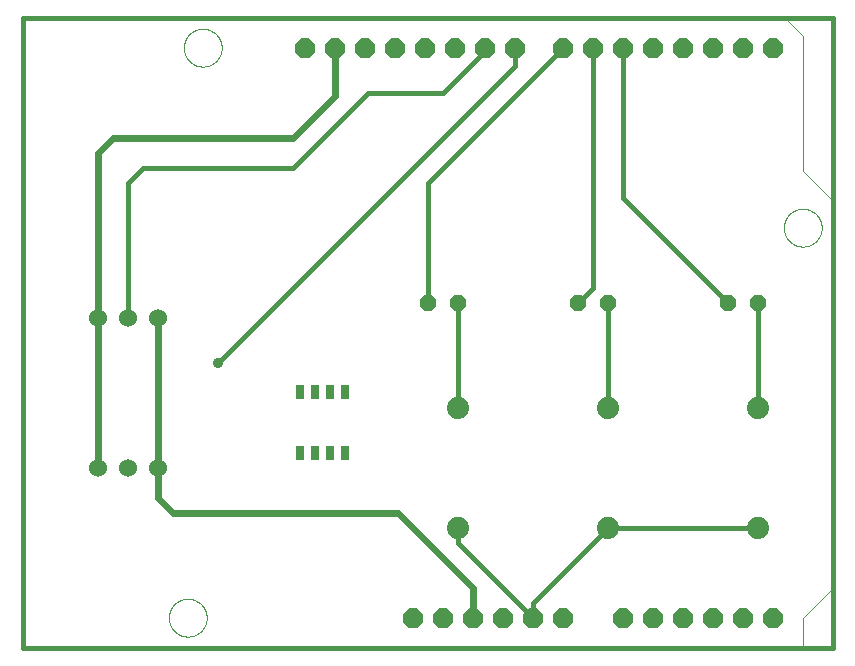
<source format=gtl>
G75*
%MOIN*%
%OFA0B0*%
%FSLAX25Y25*%
%IPPOS*%
%LPD*%
%AMOC8*
5,1,8,0,0,1.08239X$1,22.5*
%
%ADD10C,0.01600*%
%ADD11C,0.06000*%
%ADD12OC8,0.05200*%
%ADD13C,0.07400*%
%ADD14C,0.00000*%
%ADD15OC8,0.06600*%
%ADD16R,0.03000X0.04500*%
%ADD17C,0.02400*%
%ADD18C,0.03562*%
D10*
X0027000Y0005000D02*
X0297000Y0005000D01*
X0297000Y0215000D01*
X0027000Y0215000D01*
X0027000Y0005000D01*
X0092000Y0100000D02*
X0191000Y0199000D01*
X0191000Y0205000D01*
X0181000Y0205000D02*
X0181000Y0204000D01*
X0167000Y0190000D01*
X0142000Y0190000D01*
X0117000Y0165000D01*
X0067000Y0165000D01*
X0062000Y0160000D01*
X0062000Y0115000D01*
X0162000Y0120000D02*
X0162000Y0160000D01*
X0207000Y0205000D01*
X0217000Y0205000D02*
X0217000Y0125000D01*
X0212000Y0120000D01*
X0222000Y0120000D02*
X0222000Y0085000D01*
X0172000Y0085000D02*
X0172000Y0120000D01*
X0227000Y0155000D02*
X0262000Y0120000D01*
X0272000Y0120000D02*
X0272000Y0085000D01*
X0272000Y0045000D02*
X0222000Y0045000D01*
X0197000Y0020000D01*
X0197000Y0015000D01*
X0172000Y0040000D01*
X0172000Y0045000D01*
X0227000Y0155000D02*
X0227000Y0205000D01*
D11*
X0072000Y0115000D03*
X0062000Y0115000D03*
X0052000Y0115000D03*
X0052000Y0065000D03*
X0062000Y0065000D03*
X0072000Y0065000D03*
D12*
X0162000Y0120000D03*
X0172000Y0120000D03*
X0212000Y0120000D03*
X0222000Y0120000D03*
X0262000Y0120000D03*
X0272000Y0120000D03*
D13*
X0272000Y0085000D03*
X0222000Y0085000D03*
X0172000Y0085000D03*
X0172000Y0045000D03*
X0222000Y0045000D03*
X0272000Y0045000D03*
D14*
X0027000Y0005000D02*
X0027000Y0215000D01*
X0281000Y0215000D01*
X0287000Y0209000D01*
X0287000Y0164000D01*
X0297000Y0154000D01*
X0297000Y0025000D01*
X0287000Y0015000D01*
X0287000Y0005000D01*
X0027000Y0005000D01*
X0075701Y0015000D02*
X0075703Y0015158D01*
X0075709Y0015316D01*
X0075719Y0015474D01*
X0075733Y0015632D01*
X0075751Y0015789D01*
X0075772Y0015946D01*
X0075798Y0016102D01*
X0075828Y0016258D01*
X0075861Y0016413D01*
X0075899Y0016566D01*
X0075940Y0016719D01*
X0075985Y0016871D01*
X0076034Y0017022D01*
X0076087Y0017171D01*
X0076143Y0017319D01*
X0076203Y0017465D01*
X0076267Y0017610D01*
X0076335Y0017753D01*
X0076406Y0017895D01*
X0076480Y0018035D01*
X0076558Y0018172D01*
X0076640Y0018308D01*
X0076724Y0018442D01*
X0076813Y0018573D01*
X0076904Y0018702D01*
X0076999Y0018829D01*
X0077096Y0018954D01*
X0077197Y0019076D01*
X0077301Y0019195D01*
X0077408Y0019312D01*
X0077518Y0019426D01*
X0077631Y0019537D01*
X0077746Y0019646D01*
X0077864Y0019751D01*
X0077985Y0019853D01*
X0078108Y0019953D01*
X0078234Y0020049D01*
X0078362Y0020142D01*
X0078492Y0020232D01*
X0078625Y0020318D01*
X0078760Y0020402D01*
X0078896Y0020481D01*
X0079035Y0020558D01*
X0079176Y0020630D01*
X0079318Y0020700D01*
X0079462Y0020765D01*
X0079608Y0020827D01*
X0079755Y0020885D01*
X0079904Y0020940D01*
X0080054Y0020991D01*
X0080205Y0021038D01*
X0080357Y0021081D01*
X0080510Y0021120D01*
X0080665Y0021156D01*
X0080820Y0021187D01*
X0080976Y0021215D01*
X0081132Y0021239D01*
X0081289Y0021259D01*
X0081447Y0021275D01*
X0081604Y0021287D01*
X0081763Y0021295D01*
X0081921Y0021299D01*
X0082079Y0021299D01*
X0082237Y0021295D01*
X0082396Y0021287D01*
X0082553Y0021275D01*
X0082711Y0021259D01*
X0082868Y0021239D01*
X0083024Y0021215D01*
X0083180Y0021187D01*
X0083335Y0021156D01*
X0083490Y0021120D01*
X0083643Y0021081D01*
X0083795Y0021038D01*
X0083946Y0020991D01*
X0084096Y0020940D01*
X0084245Y0020885D01*
X0084392Y0020827D01*
X0084538Y0020765D01*
X0084682Y0020700D01*
X0084824Y0020630D01*
X0084965Y0020558D01*
X0085104Y0020481D01*
X0085240Y0020402D01*
X0085375Y0020318D01*
X0085508Y0020232D01*
X0085638Y0020142D01*
X0085766Y0020049D01*
X0085892Y0019953D01*
X0086015Y0019853D01*
X0086136Y0019751D01*
X0086254Y0019646D01*
X0086369Y0019537D01*
X0086482Y0019426D01*
X0086592Y0019312D01*
X0086699Y0019195D01*
X0086803Y0019076D01*
X0086904Y0018954D01*
X0087001Y0018829D01*
X0087096Y0018702D01*
X0087187Y0018573D01*
X0087276Y0018442D01*
X0087360Y0018308D01*
X0087442Y0018172D01*
X0087520Y0018035D01*
X0087594Y0017895D01*
X0087665Y0017753D01*
X0087733Y0017610D01*
X0087797Y0017465D01*
X0087857Y0017319D01*
X0087913Y0017171D01*
X0087966Y0017022D01*
X0088015Y0016871D01*
X0088060Y0016719D01*
X0088101Y0016566D01*
X0088139Y0016413D01*
X0088172Y0016258D01*
X0088202Y0016102D01*
X0088228Y0015946D01*
X0088249Y0015789D01*
X0088267Y0015632D01*
X0088281Y0015474D01*
X0088291Y0015316D01*
X0088297Y0015158D01*
X0088299Y0015000D01*
X0088297Y0014842D01*
X0088291Y0014684D01*
X0088281Y0014526D01*
X0088267Y0014368D01*
X0088249Y0014211D01*
X0088228Y0014054D01*
X0088202Y0013898D01*
X0088172Y0013742D01*
X0088139Y0013587D01*
X0088101Y0013434D01*
X0088060Y0013281D01*
X0088015Y0013129D01*
X0087966Y0012978D01*
X0087913Y0012829D01*
X0087857Y0012681D01*
X0087797Y0012535D01*
X0087733Y0012390D01*
X0087665Y0012247D01*
X0087594Y0012105D01*
X0087520Y0011965D01*
X0087442Y0011828D01*
X0087360Y0011692D01*
X0087276Y0011558D01*
X0087187Y0011427D01*
X0087096Y0011298D01*
X0087001Y0011171D01*
X0086904Y0011046D01*
X0086803Y0010924D01*
X0086699Y0010805D01*
X0086592Y0010688D01*
X0086482Y0010574D01*
X0086369Y0010463D01*
X0086254Y0010354D01*
X0086136Y0010249D01*
X0086015Y0010147D01*
X0085892Y0010047D01*
X0085766Y0009951D01*
X0085638Y0009858D01*
X0085508Y0009768D01*
X0085375Y0009682D01*
X0085240Y0009598D01*
X0085104Y0009519D01*
X0084965Y0009442D01*
X0084824Y0009370D01*
X0084682Y0009300D01*
X0084538Y0009235D01*
X0084392Y0009173D01*
X0084245Y0009115D01*
X0084096Y0009060D01*
X0083946Y0009009D01*
X0083795Y0008962D01*
X0083643Y0008919D01*
X0083490Y0008880D01*
X0083335Y0008844D01*
X0083180Y0008813D01*
X0083024Y0008785D01*
X0082868Y0008761D01*
X0082711Y0008741D01*
X0082553Y0008725D01*
X0082396Y0008713D01*
X0082237Y0008705D01*
X0082079Y0008701D01*
X0081921Y0008701D01*
X0081763Y0008705D01*
X0081604Y0008713D01*
X0081447Y0008725D01*
X0081289Y0008741D01*
X0081132Y0008761D01*
X0080976Y0008785D01*
X0080820Y0008813D01*
X0080665Y0008844D01*
X0080510Y0008880D01*
X0080357Y0008919D01*
X0080205Y0008962D01*
X0080054Y0009009D01*
X0079904Y0009060D01*
X0079755Y0009115D01*
X0079608Y0009173D01*
X0079462Y0009235D01*
X0079318Y0009300D01*
X0079176Y0009370D01*
X0079035Y0009442D01*
X0078896Y0009519D01*
X0078760Y0009598D01*
X0078625Y0009682D01*
X0078492Y0009768D01*
X0078362Y0009858D01*
X0078234Y0009951D01*
X0078108Y0010047D01*
X0077985Y0010147D01*
X0077864Y0010249D01*
X0077746Y0010354D01*
X0077631Y0010463D01*
X0077518Y0010574D01*
X0077408Y0010688D01*
X0077301Y0010805D01*
X0077197Y0010924D01*
X0077096Y0011046D01*
X0076999Y0011171D01*
X0076904Y0011298D01*
X0076813Y0011427D01*
X0076724Y0011558D01*
X0076640Y0011692D01*
X0076558Y0011828D01*
X0076480Y0011965D01*
X0076406Y0012105D01*
X0076335Y0012247D01*
X0076267Y0012390D01*
X0076203Y0012535D01*
X0076143Y0012681D01*
X0076087Y0012829D01*
X0076034Y0012978D01*
X0075985Y0013129D01*
X0075940Y0013281D01*
X0075899Y0013434D01*
X0075861Y0013587D01*
X0075828Y0013742D01*
X0075798Y0013898D01*
X0075772Y0014054D01*
X0075751Y0014211D01*
X0075733Y0014368D01*
X0075719Y0014526D01*
X0075709Y0014684D01*
X0075703Y0014842D01*
X0075701Y0015000D01*
X0280701Y0145000D02*
X0280703Y0145158D01*
X0280709Y0145316D01*
X0280719Y0145474D01*
X0280733Y0145632D01*
X0280751Y0145789D01*
X0280772Y0145946D01*
X0280798Y0146102D01*
X0280828Y0146258D01*
X0280861Y0146413D01*
X0280899Y0146566D01*
X0280940Y0146719D01*
X0280985Y0146871D01*
X0281034Y0147022D01*
X0281087Y0147171D01*
X0281143Y0147319D01*
X0281203Y0147465D01*
X0281267Y0147610D01*
X0281335Y0147753D01*
X0281406Y0147895D01*
X0281480Y0148035D01*
X0281558Y0148172D01*
X0281640Y0148308D01*
X0281724Y0148442D01*
X0281813Y0148573D01*
X0281904Y0148702D01*
X0281999Y0148829D01*
X0282096Y0148954D01*
X0282197Y0149076D01*
X0282301Y0149195D01*
X0282408Y0149312D01*
X0282518Y0149426D01*
X0282631Y0149537D01*
X0282746Y0149646D01*
X0282864Y0149751D01*
X0282985Y0149853D01*
X0283108Y0149953D01*
X0283234Y0150049D01*
X0283362Y0150142D01*
X0283492Y0150232D01*
X0283625Y0150318D01*
X0283760Y0150402D01*
X0283896Y0150481D01*
X0284035Y0150558D01*
X0284176Y0150630D01*
X0284318Y0150700D01*
X0284462Y0150765D01*
X0284608Y0150827D01*
X0284755Y0150885D01*
X0284904Y0150940D01*
X0285054Y0150991D01*
X0285205Y0151038D01*
X0285357Y0151081D01*
X0285510Y0151120D01*
X0285665Y0151156D01*
X0285820Y0151187D01*
X0285976Y0151215D01*
X0286132Y0151239D01*
X0286289Y0151259D01*
X0286447Y0151275D01*
X0286604Y0151287D01*
X0286763Y0151295D01*
X0286921Y0151299D01*
X0287079Y0151299D01*
X0287237Y0151295D01*
X0287396Y0151287D01*
X0287553Y0151275D01*
X0287711Y0151259D01*
X0287868Y0151239D01*
X0288024Y0151215D01*
X0288180Y0151187D01*
X0288335Y0151156D01*
X0288490Y0151120D01*
X0288643Y0151081D01*
X0288795Y0151038D01*
X0288946Y0150991D01*
X0289096Y0150940D01*
X0289245Y0150885D01*
X0289392Y0150827D01*
X0289538Y0150765D01*
X0289682Y0150700D01*
X0289824Y0150630D01*
X0289965Y0150558D01*
X0290104Y0150481D01*
X0290240Y0150402D01*
X0290375Y0150318D01*
X0290508Y0150232D01*
X0290638Y0150142D01*
X0290766Y0150049D01*
X0290892Y0149953D01*
X0291015Y0149853D01*
X0291136Y0149751D01*
X0291254Y0149646D01*
X0291369Y0149537D01*
X0291482Y0149426D01*
X0291592Y0149312D01*
X0291699Y0149195D01*
X0291803Y0149076D01*
X0291904Y0148954D01*
X0292001Y0148829D01*
X0292096Y0148702D01*
X0292187Y0148573D01*
X0292276Y0148442D01*
X0292360Y0148308D01*
X0292442Y0148172D01*
X0292520Y0148035D01*
X0292594Y0147895D01*
X0292665Y0147753D01*
X0292733Y0147610D01*
X0292797Y0147465D01*
X0292857Y0147319D01*
X0292913Y0147171D01*
X0292966Y0147022D01*
X0293015Y0146871D01*
X0293060Y0146719D01*
X0293101Y0146566D01*
X0293139Y0146413D01*
X0293172Y0146258D01*
X0293202Y0146102D01*
X0293228Y0145946D01*
X0293249Y0145789D01*
X0293267Y0145632D01*
X0293281Y0145474D01*
X0293291Y0145316D01*
X0293297Y0145158D01*
X0293299Y0145000D01*
X0293297Y0144842D01*
X0293291Y0144684D01*
X0293281Y0144526D01*
X0293267Y0144368D01*
X0293249Y0144211D01*
X0293228Y0144054D01*
X0293202Y0143898D01*
X0293172Y0143742D01*
X0293139Y0143587D01*
X0293101Y0143434D01*
X0293060Y0143281D01*
X0293015Y0143129D01*
X0292966Y0142978D01*
X0292913Y0142829D01*
X0292857Y0142681D01*
X0292797Y0142535D01*
X0292733Y0142390D01*
X0292665Y0142247D01*
X0292594Y0142105D01*
X0292520Y0141965D01*
X0292442Y0141828D01*
X0292360Y0141692D01*
X0292276Y0141558D01*
X0292187Y0141427D01*
X0292096Y0141298D01*
X0292001Y0141171D01*
X0291904Y0141046D01*
X0291803Y0140924D01*
X0291699Y0140805D01*
X0291592Y0140688D01*
X0291482Y0140574D01*
X0291369Y0140463D01*
X0291254Y0140354D01*
X0291136Y0140249D01*
X0291015Y0140147D01*
X0290892Y0140047D01*
X0290766Y0139951D01*
X0290638Y0139858D01*
X0290508Y0139768D01*
X0290375Y0139682D01*
X0290240Y0139598D01*
X0290104Y0139519D01*
X0289965Y0139442D01*
X0289824Y0139370D01*
X0289682Y0139300D01*
X0289538Y0139235D01*
X0289392Y0139173D01*
X0289245Y0139115D01*
X0289096Y0139060D01*
X0288946Y0139009D01*
X0288795Y0138962D01*
X0288643Y0138919D01*
X0288490Y0138880D01*
X0288335Y0138844D01*
X0288180Y0138813D01*
X0288024Y0138785D01*
X0287868Y0138761D01*
X0287711Y0138741D01*
X0287553Y0138725D01*
X0287396Y0138713D01*
X0287237Y0138705D01*
X0287079Y0138701D01*
X0286921Y0138701D01*
X0286763Y0138705D01*
X0286604Y0138713D01*
X0286447Y0138725D01*
X0286289Y0138741D01*
X0286132Y0138761D01*
X0285976Y0138785D01*
X0285820Y0138813D01*
X0285665Y0138844D01*
X0285510Y0138880D01*
X0285357Y0138919D01*
X0285205Y0138962D01*
X0285054Y0139009D01*
X0284904Y0139060D01*
X0284755Y0139115D01*
X0284608Y0139173D01*
X0284462Y0139235D01*
X0284318Y0139300D01*
X0284176Y0139370D01*
X0284035Y0139442D01*
X0283896Y0139519D01*
X0283760Y0139598D01*
X0283625Y0139682D01*
X0283492Y0139768D01*
X0283362Y0139858D01*
X0283234Y0139951D01*
X0283108Y0140047D01*
X0282985Y0140147D01*
X0282864Y0140249D01*
X0282746Y0140354D01*
X0282631Y0140463D01*
X0282518Y0140574D01*
X0282408Y0140688D01*
X0282301Y0140805D01*
X0282197Y0140924D01*
X0282096Y0141046D01*
X0281999Y0141171D01*
X0281904Y0141298D01*
X0281813Y0141427D01*
X0281724Y0141558D01*
X0281640Y0141692D01*
X0281558Y0141828D01*
X0281480Y0141965D01*
X0281406Y0142105D01*
X0281335Y0142247D01*
X0281267Y0142390D01*
X0281203Y0142535D01*
X0281143Y0142681D01*
X0281087Y0142829D01*
X0281034Y0142978D01*
X0280985Y0143129D01*
X0280940Y0143281D01*
X0280899Y0143434D01*
X0280861Y0143587D01*
X0280828Y0143742D01*
X0280798Y0143898D01*
X0280772Y0144054D01*
X0280751Y0144211D01*
X0280733Y0144368D01*
X0280719Y0144526D01*
X0280709Y0144684D01*
X0280703Y0144842D01*
X0280701Y0145000D01*
X0080701Y0205000D02*
X0080703Y0205158D01*
X0080709Y0205316D01*
X0080719Y0205474D01*
X0080733Y0205632D01*
X0080751Y0205789D01*
X0080772Y0205946D01*
X0080798Y0206102D01*
X0080828Y0206258D01*
X0080861Y0206413D01*
X0080899Y0206566D01*
X0080940Y0206719D01*
X0080985Y0206871D01*
X0081034Y0207022D01*
X0081087Y0207171D01*
X0081143Y0207319D01*
X0081203Y0207465D01*
X0081267Y0207610D01*
X0081335Y0207753D01*
X0081406Y0207895D01*
X0081480Y0208035D01*
X0081558Y0208172D01*
X0081640Y0208308D01*
X0081724Y0208442D01*
X0081813Y0208573D01*
X0081904Y0208702D01*
X0081999Y0208829D01*
X0082096Y0208954D01*
X0082197Y0209076D01*
X0082301Y0209195D01*
X0082408Y0209312D01*
X0082518Y0209426D01*
X0082631Y0209537D01*
X0082746Y0209646D01*
X0082864Y0209751D01*
X0082985Y0209853D01*
X0083108Y0209953D01*
X0083234Y0210049D01*
X0083362Y0210142D01*
X0083492Y0210232D01*
X0083625Y0210318D01*
X0083760Y0210402D01*
X0083896Y0210481D01*
X0084035Y0210558D01*
X0084176Y0210630D01*
X0084318Y0210700D01*
X0084462Y0210765D01*
X0084608Y0210827D01*
X0084755Y0210885D01*
X0084904Y0210940D01*
X0085054Y0210991D01*
X0085205Y0211038D01*
X0085357Y0211081D01*
X0085510Y0211120D01*
X0085665Y0211156D01*
X0085820Y0211187D01*
X0085976Y0211215D01*
X0086132Y0211239D01*
X0086289Y0211259D01*
X0086447Y0211275D01*
X0086604Y0211287D01*
X0086763Y0211295D01*
X0086921Y0211299D01*
X0087079Y0211299D01*
X0087237Y0211295D01*
X0087396Y0211287D01*
X0087553Y0211275D01*
X0087711Y0211259D01*
X0087868Y0211239D01*
X0088024Y0211215D01*
X0088180Y0211187D01*
X0088335Y0211156D01*
X0088490Y0211120D01*
X0088643Y0211081D01*
X0088795Y0211038D01*
X0088946Y0210991D01*
X0089096Y0210940D01*
X0089245Y0210885D01*
X0089392Y0210827D01*
X0089538Y0210765D01*
X0089682Y0210700D01*
X0089824Y0210630D01*
X0089965Y0210558D01*
X0090104Y0210481D01*
X0090240Y0210402D01*
X0090375Y0210318D01*
X0090508Y0210232D01*
X0090638Y0210142D01*
X0090766Y0210049D01*
X0090892Y0209953D01*
X0091015Y0209853D01*
X0091136Y0209751D01*
X0091254Y0209646D01*
X0091369Y0209537D01*
X0091482Y0209426D01*
X0091592Y0209312D01*
X0091699Y0209195D01*
X0091803Y0209076D01*
X0091904Y0208954D01*
X0092001Y0208829D01*
X0092096Y0208702D01*
X0092187Y0208573D01*
X0092276Y0208442D01*
X0092360Y0208308D01*
X0092442Y0208172D01*
X0092520Y0208035D01*
X0092594Y0207895D01*
X0092665Y0207753D01*
X0092733Y0207610D01*
X0092797Y0207465D01*
X0092857Y0207319D01*
X0092913Y0207171D01*
X0092966Y0207022D01*
X0093015Y0206871D01*
X0093060Y0206719D01*
X0093101Y0206566D01*
X0093139Y0206413D01*
X0093172Y0206258D01*
X0093202Y0206102D01*
X0093228Y0205946D01*
X0093249Y0205789D01*
X0093267Y0205632D01*
X0093281Y0205474D01*
X0093291Y0205316D01*
X0093297Y0205158D01*
X0093299Y0205000D01*
X0093297Y0204842D01*
X0093291Y0204684D01*
X0093281Y0204526D01*
X0093267Y0204368D01*
X0093249Y0204211D01*
X0093228Y0204054D01*
X0093202Y0203898D01*
X0093172Y0203742D01*
X0093139Y0203587D01*
X0093101Y0203434D01*
X0093060Y0203281D01*
X0093015Y0203129D01*
X0092966Y0202978D01*
X0092913Y0202829D01*
X0092857Y0202681D01*
X0092797Y0202535D01*
X0092733Y0202390D01*
X0092665Y0202247D01*
X0092594Y0202105D01*
X0092520Y0201965D01*
X0092442Y0201828D01*
X0092360Y0201692D01*
X0092276Y0201558D01*
X0092187Y0201427D01*
X0092096Y0201298D01*
X0092001Y0201171D01*
X0091904Y0201046D01*
X0091803Y0200924D01*
X0091699Y0200805D01*
X0091592Y0200688D01*
X0091482Y0200574D01*
X0091369Y0200463D01*
X0091254Y0200354D01*
X0091136Y0200249D01*
X0091015Y0200147D01*
X0090892Y0200047D01*
X0090766Y0199951D01*
X0090638Y0199858D01*
X0090508Y0199768D01*
X0090375Y0199682D01*
X0090240Y0199598D01*
X0090104Y0199519D01*
X0089965Y0199442D01*
X0089824Y0199370D01*
X0089682Y0199300D01*
X0089538Y0199235D01*
X0089392Y0199173D01*
X0089245Y0199115D01*
X0089096Y0199060D01*
X0088946Y0199009D01*
X0088795Y0198962D01*
X0088643Y0198919D01*
X0088490Y0198880D01*
X0088335Y0198844D01*
X0088180Y0198813D01*
X0088024Y0198785D01*
X0087868Y0198761D01*
X0087711Y0198741D01*
X0087553Y0198725D01*
X0087396Y0198713D01*
X0087237Y0198705D01*
X0087079Y0198701D01*
X0086921Y0198701D01*
X0086763Y0198705D01*
X0086604Y0198713D01*
X0086447Y0198725D01*
X0086289Y0198741D01*
X0086132Y0198761D01*
X0085976Y0198785D01*
X0085820Y0198813D01*
X0085665Y0198844D01*
X0085510Y0198880D01*
X0085357Y0198919D01*
X0085205Y0198962D01*
X0085054Y0199009D01*
X0084904Y0199060D01*
X0084755Y0199115D01*
X0084608Y0199173D01*
X0084462Y0199235D01*
X0084318Y0199300D01*
X0084176Y0199370D01*
X0084035Y0199442D01*
X0083896Y0199519D01*
X0083760Y0199598D01*
X0083625Y0199682D01*
X0083492Y0199768D01*
X0083362Y0199858D01*
X0083234Y0199951D01*
X0083108Y0200047D01*
X0082985Y0200147D01*
X0082864Y0200249D01*
X0082746Y0200354D01*
X0082631Y0200463D01*
X0082518Y0200574D01*
X0082408Y0200688D01*
X0082301Y0200805D01*
X0082197Y0200924D01*
X0082096Y0201046D01*
X0081999Y0201171D01*
X0081904Y0201298D01*
X0081813Y0201427D01*
X0081724Y0201558D01*
X0081640Y0201692D01*
X0081558Y0201828D01*
X0081480Y0201965D01*
X0081406Y0202105D01*
X0081335Y0202247D01*
X0081267Y0202390D01*
X0081203Y0202535D01*
X0081143Y0202681D01*
X0081087Y0202829D01*
X0081034Y0202978D01*
X0080985Y0203129D01*
X0080940Y0203281D01*
X0080899Y0203434D01*
X0080861Y0203587D01*
X0080828Y0203742D01*
X0080798Y0203898D01*
X0080772Y0204054D01*
X0080751Y0204211D01*
X0080733Y0204368D01*
X0080719Y0204526D01*
X0080709Y0204684D01*
X0080703Y0204842D01*
X0080701Y0205000D01*
D15*
X0121000Y0205000D03*
X0131000Y0205000D03*
X0141000Y0205000D03*
X0151000Y0205000D03*
X0161000Y0205000D03*
X0171000Y0205000D03*
X0181000Y0205000D03*
X0191000Y0205000D03*
X0207000Y0205000D03*
X0217000Y0205000D03*
X0227000Y0205000D03*
X0237000Y0205000D03*
X0247000Y0205000D03*
X0257000Y0205000D03*
X0267000Y0205000D03*
X0277000Y0205000D03*
X0277000Y0015000D03*
X0267000Y0015000D03*
X0257000Y0015000D03*
X0247000Y0015000D03*
X0237000Y0015000D03*
X0227000Y0015000D03*
X0207000Y0015000D03*
X0197000Y0015000D03*
X0187000Y0015000D03*
X0177000Y0015000D03*
X0167000Y0015000D03*
X0157000Y0015000D03*
D16*
X0134500Y0069764D03*
X0129500Y0069764D03*
X0124500Y0069764D03*
X0119500Y0069764D03*
X0119500Y0090236D03*
X0124500Y0090236D03*
X0129500Y0090236D03*
X0134500Y0090236D03*
D17*
X0152000Y0050000D02*
X0077000Y0050000D01*
X0072000Y0055000D01*
X0072000Y0065000D01*
X0072000Y0115000D01*
X0052000Y0115000D02*
X0052000Y0065000D01*
X0052000Y0115000D02*
X0052000Y0170000D01*
X0057000Y0175000D01*
X0117000Y0175000D01*
X0131000Y0189000D01*
X0131000Y0205000D01*
X0152000Y0050000D02*
X0177000Y0025000D01*
X0177000Y0015000D01*
D18*
X0092000Y0100000D03*
M02*

</source>
